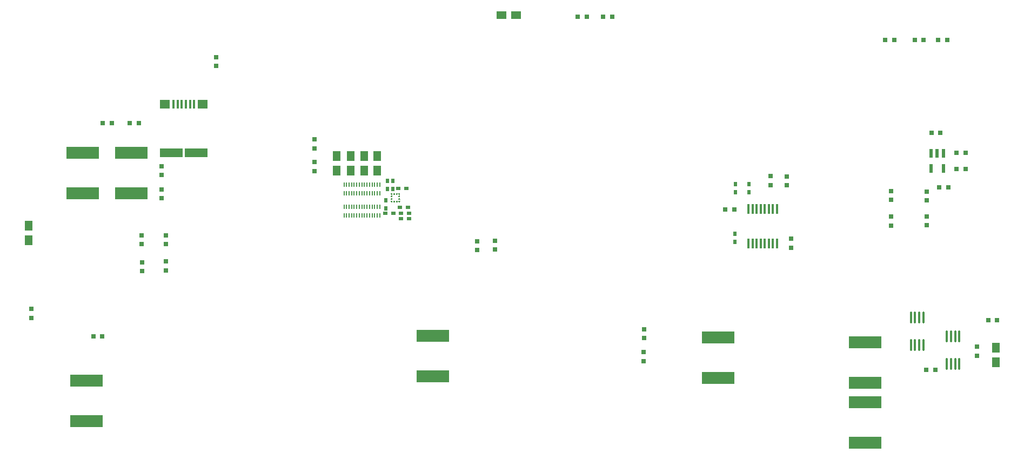
<source format=gbp>
G04 Layer_Color=128*
%FSLAX25Y25*%
%MOIN*%
G70*
G01*
G75*
%ADD10R,0.03000X0.03000*%
%ADD11R,0.03000X0.03000*%
%ADD15R,0.02500X0.02000*%
%ADD16R,0.05000X0.06000*%
%ADD19R,0.02000X0.02500*%
%ADD23O,0.01614X0.06299*%
%ADD24R,0.01614X0.06299*%
%ADD33R,0.20000X0.07500*%
%ADD71R,0.06496X0.05591*%
%ADD72R,0.01378X0.05591*%
%ADD73R,0.14173X0.05591*%
G04:AMPARAMS|DCode=74|XSize=72mil|YSize=15mil|CornerRadius=3.75mil|HoleSize=0mil|Usage=FLASHONLY|Rotation=270.000|XOffset=0mil|YOffset=0mil|HoleType=Round|Shape=RoundedRectangle|*
%AMROUNDEDRECTD74*
21,1,0.07200,0.00750,0,0,270.0*
21,1,0.06450,0.01500,0,0,270.0*
1,1,0.00750,-0.00375,-0.03225*
1,1,0.00750,-0.00375,0.03225*
1,1,0.00750,0.00375,0.03225*
1,1,0.00750,0.00375,-0.03225*
%
%ADD74ROUNDEDRECTD74*%
%ADD75R,0.02200X0.05800*%
%ADD76R,0.06000X0.05000*%
%ADD84C,0.00197*%
G04:AMPARAMS|DCode=85|XSize=7.72mil|YSize=28.35mil|CornerRadius=1.2mil|HoleSize=0mil|Usage=FLASHONLY|Rotation=0.000|XOffset=0mil|YOffset=0mil|HoleType=Round|Shape=RoundedRectangle|*
%AMROUNDEDRECTD85*
21,1,0.00772,0.02594,0,0,0.0*
21,1,0.00532,0.02835,0,0,0.0*
1,1,0.00240,0.00266,-0.01297*
1,1,0.00240,-0.00266,-0.01297*
1,1,0.00240,-0.00266,0.01297*
1,1,0.00240,0.00266,0.01297*
%
%ADD85ROUNDEDRECTD85*%
G04:AMPARAMS|DCode=86|XSize=7.72mil|YSize=28.4mil|CornerRadius=1.2mil|HoleSize=0mil|Usage=FLASHONLY|Rotation=0.000|XOffset=0mil|YOffset=0mil|HoleType=Round|Shape=RoundedRectangle|*
%AMROUNDEDRECTD86*
21,1,0.00772,0.02600,0,0,0.0*
21,1,0.00532,0.02840,0,0,0.0*
1,1,0.00240,0.00266,-0.01300*
1,1,0.00240,-0.00266,-0.01300*
1,1,0.00240,-0.00266,0.01300*
1,1,0.00240,0.00266,0.01300*
%
%ADD86ROUNDEDRECTD86*%
%ADD87C,0.00100*%
G36*
X237657Y159233D02*
X237854D01*
Y158642D01*
X237657D01*
Y158642D01*
X237657D01*
Y158446D01*
X237067D01*
Y158642D01*
Y158642D01*
X236870D01*
Y159233D01*
X237067D01*
Y159430D01*
X237657D01*
Y159233D01*
D02*
G37*
G36*
X232933Y160808D02*
X233130D01*
Y160217D01*
X232933D01*
Y160217D01*
X232933D01*
Y160020D01*
X232343D01*
Y160217D01*
Y160217D01*
X232146D01*
Y160808D01*
X232343D01*
Y161005D01*
X232933D01*
Y160808D01*
D02*
G37*
G36*
X237657Y160808D02*
X237854D01*
Y160217D01*
X237657D01*
Y160217D01*
X237657D01*
Y160020D01*
X237067D01*
Y160217D01*
Y160217D01*
X236870D01*
Y160808D01*
X237067D01*
Y161005D01*
X237657D01*
Y160808D01*
D02*
G37*
G36*
X232933Y159233D02*
X233130D01*
Y158642D01*
X232933D01*
Y158642D01*
X232933D01*
Y158446D01*
X232343D01*
Y158642D01*
Y158642D01*
X232146D01*
Y159233D01*
X232343D01*
Y159430D01*
X232933D01*
Y159233D01*
D02*
G37*
G36*
X234508D02*
X234705D01*
Y158642D01*
X234508D01*
Y158642D01*
X234508D01*
Y158446D01*
X233917D01*
Y158642D01*
Y158642D01*
X233720D01*
Y159233D01*
X233917D01*
Y159430D01*
X234508D01*
Y159233D01*
D02*
G37*
G36*
X236083Y159233D02*
X236280D01*
Y158642D01*
X236083D01*
Y158642D01*
X236083D01*
Y158446D01*
X235492D01*
Y158642D01*
Y158642D01*
X235295D01*
Y159233D01*
X235492D01*
Y159430D01*
X236083D01*
Y159233D01*
D02*
G37*
G36*
X234508Y163958D02*
X234705D01*
Y163367D01*
X234508D01*
Y163367D01*
X234508D01*
Y163170D01*
X233917D01*
Y163367D01*
Y163367D01*
X233720D01*
Y163958D01*
X233917D01*
Y164154D01*
X234508D01*
Y163958D01*
D02*
G37*
G36*
X236083Y163958D02*
X236280D01*
Y163367D01*
X236083D01*
Y163367D01*
X236083D01*
Y163170D01*
X235492D01*
Y163367D01*
Y163367D01*
X235295D01*
Y163958D01*
X235492D01*
Y164154D01*
X236083D01*
Y163958D01*
D02*
G37*
G36*
X237657D02*
X237854D01*
Y163367D01*
X237657D01*
Y163367D01*
X237657D01*
Y163170D01*
X237067D01*
Y163367D01*
Y163367D01*
X236870D01*
Y163958D01*
X237067D01*
Y164154D01*
X237657D01*
Y163958D01*
D02*
G37*
G36*
X232933Y162383D02*
X233130D01*
Y161792D01*
X232933D01*
Y161792D01*
X232933D01*
Y161595D01*
X232343D01*
Y161792D01*
Y161792D01*
X232146D01*
Y162383D01*
X232343D01*
Y162580D01*
X232933D01*
Y162383D01*
D02*
G37*
G36*
X237657Y162383D02*
X237854D01*
Y161792D01*
X237657D01*
Y161792D01*
X237657D01*
Y161595D01*
X237067D01*
Y161792D01*
Y161792D01*
X236870D01*
Y162383D01*
X237067D01*
Y162580D01*
X237657D01*
Y162383D01*
D02*
G37*
G36*
X232933Y163958D02*
X233130D01*
Y163367D01*
X232933D01*
Y163367D01*
X232933D01*
Y163170D01*
X232343D01*
Y163367D01*
Y163367D01*
X232146D01*
Y163958D01*
X232343D01*
Y164154D01*
X232933D01*
Y163958D01*
D02*
G37*
D10*
X78450Y132699D02*
D03*
Y138199D02*
D03*
X78626Y116050D02*
D03*
Y121550D02*
D03*
X562600Y144300D02*
D03*
Y149800D02*
D03*
X562800Y159600D02*
D03*
Y165100D02*
D03*
X593700Y69300D02*
D03*
Y63800D02*
D03*
X185100Y177800D02*
D03*
Y183300D02*
D03*
X540800Y149700D02*
D03*
Y144200D02*
D03*
Y165400D02*
D03*
Y159900D02*
D03*
X479100Y130400D02*
D03*
Y135900D02*
D03*
X476400Y168900D02*
D03*
Y174400D02*
D03*
X466500Y169100D02*
D03*
Y174600D02*
D03*
X285500Y134500D02*
D03*
Y129000D02*
D03*
X296300Y134800D02*
D03*
Y129300D02*
D03*
X10300Y92600D02*
D03*
Y87100D02*
D03*
X124448Y242700D02*
D03*
Y248200D02*
D03*
X90625Y175275D02*
D03*
Y180775D02*
D03*
Y160975D02*
D03*
Y166475D02*
D03*
X93426Y138150D02*
D03*
Y132650D02*
D03*
Y122050D02*
D03*
Y116550D02*
D03*
X388100Y60500D02*
D03*
Y66000D02*
D03*
X388300Y74700D02*
D03*
Y80200D02*
D03*
X185200Y197300D02*
D03*
Y191800D02*
D03*
D11*
X54500Y207300D02*
D03*
X60000D02*
D03*
X71100D02*
D03*
X76600D02*
D03*
X54100Y75700D02*
D03*
X48600D02*
D03*
X565700Y201325D02*
D03*
X571200D02*
D03*
X575900Y167825D02*
D03*
X570400D02*
D03*
X581200Y188925D02*
D03*
X586700D02*
D03*
X581200Y178925D02*
D03*
X586700D02*
D03*
X444000Y154000D02*
D03*
X438500D02*
D03*
X353000Y273000D02*
D03*
X347500D02*
D03*
X368700D02*
D03*
X363200D02*
D03*
X567900Y55100D02*
D03*
X562400D02*
D03*
X600700Y85800D02*
D03*
X606200D02*
D03*
X537100Y258800D02*
D03*
X542600D02*
D03*
X555300Y258600D02*
D03*
X560800D02*
D03*
X575300Y258700D02*
D03*
X569800D02*
D03*
D15*
X237700Y155400D02*
D03*
X242700D02*
D03*
X241800Y167000D02*
D03*
X236800D02*
D03*
X243400Y151600D02*
D03*
X238400D02*
D03*
X243300Y148300D02*
D03*
X238300D02*
D03*
X228600Y151800D02*
D03*
X233600D02*
D03*
D16*
X198700Y178000D02*
D03*
Y187000D02*
D03*
X207400Y178000D02*
D03*
Y187000D02*
D03*
X215700Y178000D02*
D03*
Y187000D02*
D03*
X223800Y178000D02*
D03*
Y187000D02*
D03*
X8600Y135200D02*
D03*
Y144200D02*
D03*
X605400Y59700D02*
D03*
Y68700D02*
D03*
D19*
X233400Y166700D02*
D03*
Y171700D02*
D03*
X230000Y171600D02*
D03*
Y166600D02*
D03*
X228900Y154700D02*
D03*
Y159700D02*
D03*
X452900Y169600D02*
D03*
Y164600D02*
D03*
X444800Y169700D02*
D03*
Y164700D02*
D03*
X444500Y134100D02*
D03*
Y139100D02*
D03*
D23*
X470350Y133070D02*
D03*
X467850D02*
D03*
X465350D02*
D03*
X462850D02*
D03*
X460350D02*
D03*
X457850D02*
D03*
X455350D02*
D03*
X452850D02*
D03*
X470350Y154330D02*
D03*
X467850D02*
D03*
X465350D02*
D03*
X462850D02*
D03*
X460350D02*
D03*
X457850D02*
D03*
X455350D02*
D03*
D24*
X452850D02*
D03*
D33*
X524600Y34900D02*
D03*
Y9900D02*
D03*
X42000Y189200D02*
D03*
Y164200D02*
D03*
X72000Y189000D02*
D03*
Y164000D02*
D03*
X434100Y75100D02*
D03*
Y50100D02*
D03*
X44300Y48300D02*
D03*
Y23300D02*
D03*
X524800Y71900D02*
D03*
Y46900D02*
D03*
X258200Y76100D02*
D03*
Y51100D02*
D03*
D71*
X92884Y219100D02*
D03*
X115916D02*
D03*
D72*
X100561D02*
D03*
X103121D02*
D03*
X105680D02*
D03*
X108239D02*
D03*
X110798D02*
D03*
X98002D02*
D03*
D73*
X96723Y189100D02*
D03*
X112077D02*
D03*
D74*
X552961Y70500D02*
D03*
X555520D02*
D03*
X558079D02*
D03*
X560639D02*
D03*
Y87500D02*
D03*
X558079D02*
D03*
X555520D02*
D03*
X552961D02*
D03*
X582838Y75700D02*
D03*
X580279D02*
D03*
X577720D02*
D03*
X575161D02*
D03*
Y58700D02*
D03*
X577720D02*
D03*
X580279D02*
D03*
X582838D02*
D03*
D75*
X565460Y179225D02*
D03*
X572940D02*
D03*
Y188625D02*
D03*
X569200D02*
D03*
X565460D02*
D03*
D76*
X300300Y274200D02*
D03*
X309300D02*
D03*
D84*
X233032Y161792D02*
G03*
X233032Y161792I-98J0D01*
G01*
X232441Y162383D02*
G03*
X232441Y162383I-98J0D01*
G01*
Y161792D02*
G03*
X232441Y161792I-98J0D01*
G01*
X233032Y162383D02*
G03*
X233032Y162383I-98J0D01*
G01*
Y160217D02*
G03*
X233032Y160217I-98J0D01*
G01*
X232441Y160808D02*
G03*
X232441Y160808I-98J0D01*
G01*
Y160217D02*
G03*
X232441Y160217I-98J0D01*
G01*
X233032Y160808D02*
G03*
X233032Y160808I-98J0D01*
G01*
Y158642D02*
G03*
X233032Y158642I-98J0D01*
G01*
X232441Y159233D02*
G03*
X232441Y159233I-98J0D01*
G01*
Y158642D02*
G03*
X232441Y158642I-98J0D01*
G01*
X233032Y159233D02*
G03*
X233032Y159233I-98J0D01*
G01*
X234606D02*
G03*
X234606Y159233I-98J0D01*
G01*
X234016Y158642D02*
G03*
X234016Y158642I-98J0D01*
G01*
Y159233D02*
G03*
X234016Y159233I-98J0D01*
G01*
X234606Y158642D02*
G03*
X234606Y158642I-98J0D01*
G01*
Y163367D02*
G03*
X234606Y163367I-98J0D01*
G01*
X234016Y163958D02*
G03*
X234016Y163958I-98J0D01*
G01*
Y163367D02*
G03*
X234016Y163367I-98J0D01*
G01*
X234606Y163958D02*
G03*
X234606Y163958I-98J0D01*
G01*
X233032D02*
G03*
X233032Y163958I-98J0D01*
G01*
X232441Y163367D02*
G03*
X232441Y163367I-98J0D01*
G01*
Y163958D02*
G03*
X232441Y163958I-98J0D01*
G01*
X233032Y163367D02*
G03*
X233032Y163367I-98J0D01*
G01*
X236181Y163367D02*
G03*
X236181Y163367I-98J0D01*
G01*
X235591Y163958D02*
G03*
X235591Y163958I-98J0D01*
G01*
Y163367D02*
G03*
X235591Y163367I-98J0D01*
G01*
X236181Y163958D02*
G03*
X236181Y163958I-98J0D01*
G01*
X237756D02*
G03*
X237756Y163958I-98J0D01*
G01*
X237165Y163367D02*
G03*
X237165Y163367I-98J0D01*
G01*
Y163958D02*
G03*
X237165Y163958I-98J0D01*
G01*
X237756Y163367D02*
G03*
X237756Y163367I-98J0D01*
G01*
Y158642D02*
G03*
X237756Y158642I-98J0D01*
G01*
X237165Y159233D02*
G03*
X237165Y159233I-98J0D01*
G01*
Y158642D02*
G03*
X237165Y158642I-98J0D01*
G01*
X237756Y159233D02*
G03*
X237756Y159233I-98J0D01*
G01*
X236181D02*
G03*
X236181Y159233I-98J0D01*
G01*
X235591Y158642D02*
G03*
X235591Y158642I-98J0D01*
G01*
Y159233D02*
G03*
X235591Y159233I-98J0D01*
G01*
X236181Y158642D02*
G03*
X236181Y158642I-98J0D01*
G01*
X237756Y160217D02*
G03*
X237756Y160217I-98J0D01*
G01*
X237165Y160808D02*
G03*
X237165Y160808I-98J0D01*
G01*
Y160217D02*
G03*
X237165Y160217I-98J0D01*
G01*
X237756Y160808D02*
G03*
X237756Y160808I-98J0D01*
G01*
Y161792D02*
G03*
X237756Y161792I-98J0D01*
G01*
X237165Y162383D02*
G03*
X237165Y162383I-98J0D01*
G01*
Y161792D02*
G03*
X237165Y161792I-98J0D01*
G01*
X237756Y162383D02*
G03*
X237756Y162383I-98J0D01*
G01*
D85*
X225300Y164200D02*
D03*
X223725Y169436D02*
D03*
X222150D02*
D03*
X220576D02*
D03*
X214276D02*
D03*
X212702D02*
D03*
X215851D02*
D03*
X217426D02*
D03*
X207977D02*
D03*
X206402D02*
D03*
X209552D02*
D03*
X211127D02*
D03*
X203253D02*
D03*
X204828D02*
D03*
Y164200D02*
D03*
X203253D02*
D03*
X211127D02*
D03*
X209552D02*
D03*
X206402D02*
D03*
X207977D02*
D03*
X217426D02*
D03*
X215851D02*
D03*
X212702D02*
D03*
X214276D02*
D03*
X220576D02*
D03*
X219001D02*
D03*
X222150D02*
D03*
X223725D02*
D03*
X225300Y169436D02*
D03*
X225300Y150364D02*
D03*
X223725Y155600D02*
D03*
X222150D02*
D03*
X220576D02*
D03*
X214276D02*
D03*
X212702D02*
D03*
X215851D02*
D03*
X217426D02*
D03*
X207977D02*
D03*
X206402D02*
D03*
X209552D02*
D03*
X211127D02*
D03*
X203253D02*
D03*
X204828D02*
D03*
Y150364D02*
D03*
X203253D02*
D03*
X211127D02*
D03*
X209552D02*
D03*
X206402D02*
D03*
X207977D02*
D03*
X217426D02*
D03*
X215851D02*
D03*
X212702D02*
D03*
X214276D02*
D03*
X220576D02*
D03*
X219001D02*
D03*
X222150D02*
D03*
X223725D02*
D03*
X225300Y155600D02*
D03*
D86*
X219001Y169436D02*
D03*
Y155600D02*
D03*
D87*
X237362Y163662D02*
D03*
X235787D02*
D03*
X234213Y163662D02*
D03*
X232638D02*
D03*
X237362Y162087D02*
D03*
X232638Y162087D02*
D03*
X237362Y160513D02*
D03*
X232638Y160513D02*
D03*
X237362Y158938D02*
D03*
X235787D02*
D03*
X234213Y158938D02*
D03*
X232638D02*
D03*
M02*

</source>
